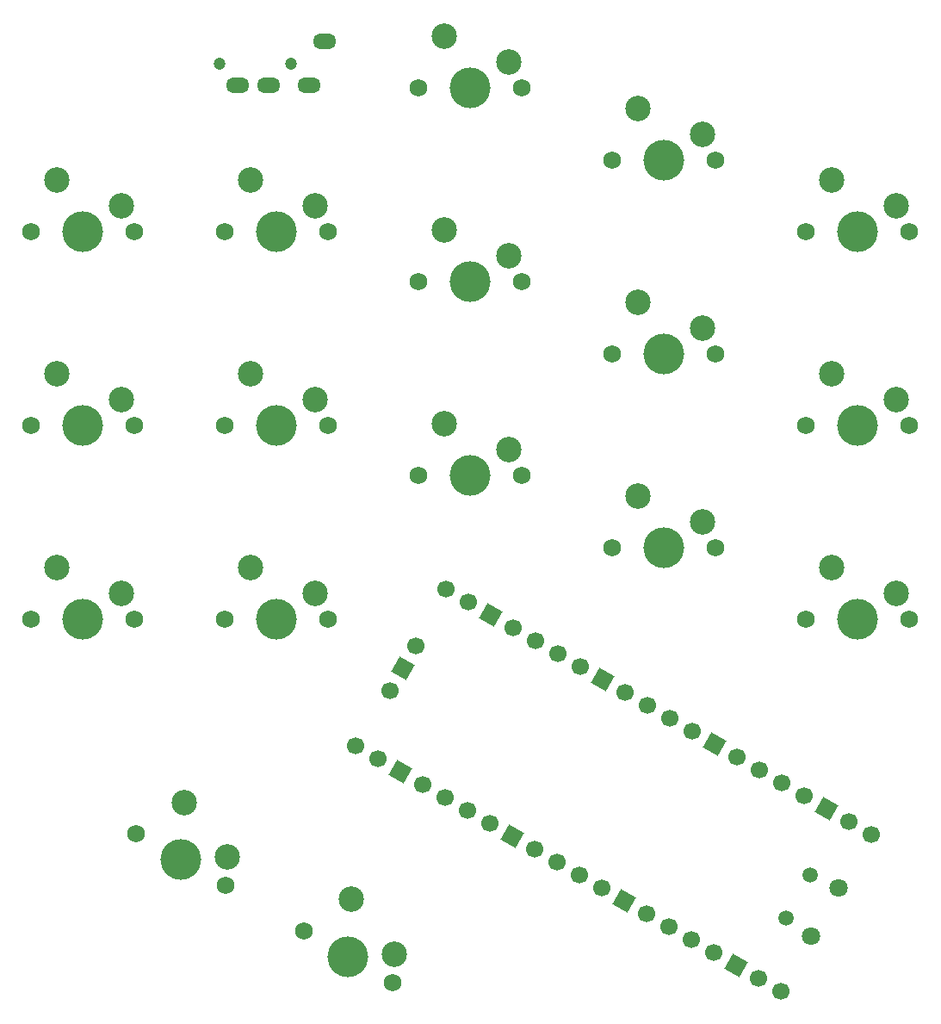
<source format=gbr>
%TF.GenerationSoftware,KiCad,Pcbnew,7.0.8-7.0.8~ubuntu22.04.1*%
%TF.CreationDate,2023-10-29T15:11:17+03:00*%
%TF.ProjectId,Keeb,4b656562-2e6b-4696-9361-645f70636258,rev?*%
%TF.SameCoordinates,Original*%
%TF.FileFunction,Soldermask,Top*%
%TF.FilePolarity,Negative*%
%FSLAX46Y46*%
G04 Gerber Fmt 4.6, Leading zero omitted, Abs format (unit mm)*
G04 Created by KiCad (PCBNEW 7.0.8-7.0.8~ubuntu22.04.1) date 2023-10-29 15:11:17*
%MOMM*%
%LPD*%
G01*
G04 APERTURE LIST*
G04 Aperture macros list*
%AMHorizOval*
0 Thick line with rounded ends*
0 $1 width*
0 $2 $3 position (X,Y) of the first rounded end (center of the circle)*
0 $4 $5 position (X,Y) of the second rounded end (center of the circle)*
0 Add line between two ends*
20,1,$1,$2,$3,$4,$5,0*
0 Add two circle primitives to create the rounded ends*
1,1,$1,$2,$3*
1,1,$1,$4,$5*%
%AMRotRect*
0 Rectangle, with rotation*
0 The origin of the aperture is its center*
0 $1 length*
0 $2 width*
0 $3 Rotation angle, in degrees counterclockwise*
0 Add horizontal line*
21,1,$1,$2,0,0,$3*%
G04 Aperture macros list end*
%ADD10C,1.200000*%
%ADD11O,2.300000X1.500000*%
%ADD12C,1.750000*%
%ADD13C,4.000000*%
%ADD14C,2.500000*%
%ADD15HorizOval,1.800000X0.000000X0.000000X0.000000X0.000000X0*%
%ADD16HorizOval,1.500000X0.000000X0.000000X0.000000X0.000000X0*%
%ADD17HorizOval,1.700000X0.000000X0.000000X0.000000X0.000000X0*%
%ADD18RotRect,1.700000X1.700000X60.000000*%
G04 APERTURE END LIST*
D10*
%TO.C,J1*%
X125575000Y-39067944D03*
X132575000Y-39067944D03*
D11*
X135875000Y-36917944D03*
X127375000Y-41217944D03*
X130375000Y-41217944D03*
X134375000Y-41217944D03*
%TD*%
D12*
%TO.C,SW3*%
X193405000Y-55617944D03*
D13*
X188325000Y-55617944D03*
D12*
X183245000Y-55617944D03*
D14*
X192135000Y-53077944D03*
X185785000Y-50537944D03*
%TD*%
D12*
%TO.C,SW4*%
X193405000Y-74667944D03*
D13*
X188325000Y-74667944D03*
D12*
X183245000Y-74667944D03*
D14*
X192135000Y-72127944D03*
X185785000Y-69587944D03*
%TD*%
D12*
%TO.C,SW5*%
X193405000Y-93717944D03*
D13*
X188325000Y-93717944D03*
D12*
X183245000Y-93717944D03*
D14*
X192135000Y-91177944D03*
X185785000Y-88637944D03*
%TD*%
D12*
%TO.C,SW6*%
X174355000Y-48567944D03*
D13*
X169275000Y-48567944D03*
D12*
X164195000Y-48567944D03*
D14*
X173085000Y-46027944D03*
X166735000Y-43487944D03*
%TD*%
D12*
%TO.C,SW7*%
X174355000Y-67617944D03*
D13*
X169275000Y-67617944D03*
D12*
X164195000Y-67617944D03*
D14*
X173085000Y-65077944D03*
X166735000Y-62537944D03*
%TD*%
D12*
%TO.C,SW8*%
X174355000Y-86667944D03*
D13*
X169275000Y-86667944D03*
D12*
X164195000Y-86667944D03*
D14*
X173085000Y-84127944D03*
X166735000Y-81587944D03*
%TD*%
D12*
%TO.C,SW9*%
X155305000Y-41517944D03*
D13*
X150225000Y-41517944D03*
D12*
X145145000Y-41517944D03*
D14*
X154035000Y-38977944D03*
X147685000Y-36437944D03*
%TD*%
D12*
%TO.C,SW10*%
X155305000Y-60567944D03*
D13*
X150225000Y-60567944D03*
D12*
X145145000Y-60567944D03*
D14*
X154035000Y-58027944D03*
X147685000Y-55487944D03*
%TD*%
D12*
%TO.C,SW11*%
X155305000Y-79617944D03*
D13*
X150225000Y-79617944D03*
D12*
X145145000Y-79617944D03*
D14*
X154035000Y-77077944D03*
X147685000Y-74537944D03*
%TD*%
D12*
%TO.C,SW13*%
X136255000Y-55617944D03*
D13*
X131175000Y-55617944D03*
D12*
X126095000Y-55617944D03*
D14*
X134985000Y-53077944D03*
X128635000Y-50537944D03*
%TD*%
D12*
%TO.C,SW14*%
X136255000Y-74667944D03*
D13*
X131175000Y-74667944D03*
D12*
X126095000Y-74667944D03*
D14*
X134985000Y-72127944D03*
X128635000Y-69587944D03*
%TD*%
D12*
%TO.C,SW15*%
X136255000Y-93717944D03*
D13*
X131175000Y-93717944D03*
D12*
X126095000Y-93717944D03*
D14*
X134985000Y-91177944D03*
X128635000Y-88637944D03*
%TD*%
D12*
%TO.C,SW16*%
X142611766Y-129447511D03*
D13*
X138212357Y-126907511D03*
D12*
X133812948Y-124367511D03*
D14*
X142781914Y-126612806D03*
X138552652Y-121238102D03*
%TD*%
D12*
%TO.C,SW17*%
X117205000Y-55617944D03*
D13*
X112125000Y-55617944D03*
D12*
X107045000Y-55617944D03*
D14*
X115935000Y-53077944D03*
X109585000Y-50537944D03*
%TD*%
D12*
%TO.C,SW18*%
X117205000Y-74667944D03*
D13*
X112125000Y-74667944D03*
D12*
X107045000Y-74667944D03*
D14*
X115935000Y-72127944D03*
X109585000Y-69587944D03*
%TD*%
D12*
%TO.C,SW19*%
X117205000Y-93717944D03*
D13*
X112125000Y-93717944D03*
D12*
X107045000Y-93717944D03*
D14*
X115935000Y-91177944D03*
X109585000Y-88637944D03*
%TD*%
D12*
%TO.C,SW20*%
X126113982Y-119922511D03*
D13*
X121714573Y-117382511D03*
D12*
X117315164Y-114842511D03*
D14*
X126284130Y-117087806D03*
X122054868Y-111713102D03*
%TD*%
D15*
%TO.C,U1*%
X183712110Y-124859919D03*
D16*
X181238053Y-123085112D03*
X183663053Y-118884888D03*
D15*
X186437110Y-120140081D03*
D17*
X180742193Y-130263966D03*
X178542488Y-128993966D03*
D18*
X176342784Y-127723966D03*
D17*
X174143079Y-126453966D03*
X171943375Y-125183966D03*
X169743670Y-123913966D03*
X167543966Y-122643966D03*
D18*
X165344261Y-121373966D03*
D17*
X163144557Y-120103966D03*
X160944852Y-118833966D03*
X158745148Y-117563966D03*
X156545443Y-116293966D03*
D18*
X154345739Y-115023966D03*
D17*
X152146034Y-113753966D03*
X149946330Y-112483966D03*
X147746625Y-111213966D03*
X145546921Y-109943966D03*
D18*
X143347216Y-108673966D03*
D17*
X141147512Y-107403966D03*
X138947807Y-106133966D03*
X147837807Y-90736034D03*
X150037512Y-92006034D03*
D18*
X152237216Y-93276034D03*
D17*
X154436921Y-94546034D03*
X156636625Y-95816034D03*
X158836330Y-97086034D03*
X161036034Y-98356034D03*
D18*
X163235739Y-99626034D03*
D17*
X165435443Y-100896034D03*
X167635148Y-102166034D03*
X169834852Y-103436034D03*
X172034557Y-104706034D03*
D18*
X174234261Y-105976034D03*
D17*
X176433966Y-107246034D03*
X178633670Y-108516034D03*
X180833375Y-109786034D03*
X183033079Y-111056034D03*
D18*
X185232784Y-112326034D03*
D17*
X187432488Y-113596034D03*
X189632193Y-114866034D03*
X142321993Y-100749705D03*
D18*
X143591993Y-98550000D03*
D17*
X144861993Y-96350295D03*
%TD*%
M02*

</source>
